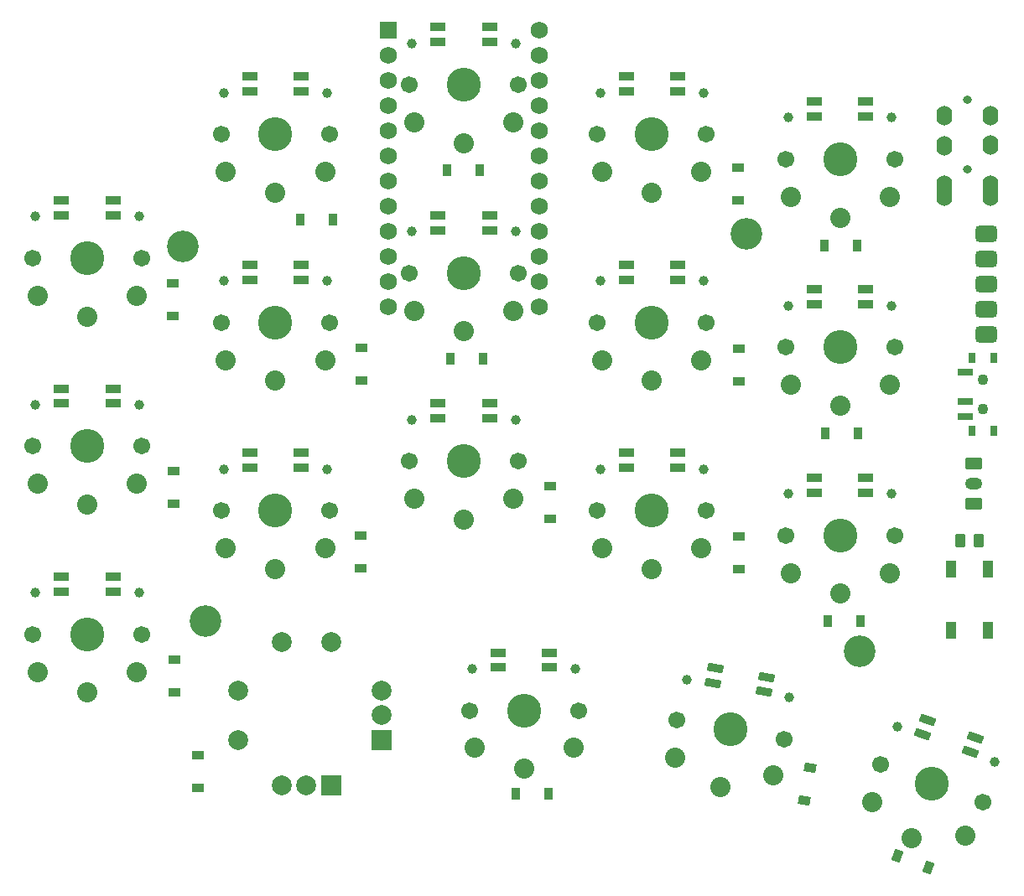
<source format=gbr>
%TF.GenerationSoftware,KiCad,Pcbnew,7.0.8*%
%TF.CreationDate,2023-11-08T13:39:32-05:00*%
%TF.ProjectId,bgkeeb,62676b65-6562-42e6-9b69-6361645f7063,rev?*%
%TF.SameCoordinates,Original*%
%TF.FileFunction,Soldermask,Bot*%
%TF.FilePolarity,Negative*%
%FSLAX46Y46*%
G04 Gerber Fmt 4.6, Leading zero omitted, Abs format (unit mm)*
G04 Created by KiCad (PCBNEW 7.0.8) date 2023-11-08 13:39:32*
%MOMM*%
%LPD*%
G01*
G04 APERTURE LIST*
G04 Aperture macros list*
%AMRoundRect*
0 Rectangle with rounded corners*
0 $1 Rounding radius*
0 $2 $3 $4 $5 $6 $7 $8 $9 X,Y pos of 4 corners*
0 Add a 4 corners polygon primitive as box body*
4,1,4,$2,$3,$4,$5,$6,$7,$8,$9,$2,$3,0*
0 Add four circle primitives for the rounded corners*
1,1,$1+$1,$2,$3*
1,1,$1+$1,$4,$5*
1,1,$1+$1,$6,$7*
1,1,$1+$1,$8,$9*
0 Add four rect primitives between the rounded corners*
20,1,$1+$1,$2,$3,$4,$5,0*
20,1,$1+$1,$4,$5,$6,$7,0*
20,1,$1+$1,$6,$7,$8,$9,0*
20,1,$1+$1,$8,$9,$2,$3,0*%
%AMRotRect*
0 Rectangle, with rotation*
0 The origin of the aperture is its center*
0 $1 length*
0 $2 width*
0 $3 Rotation angle, in degrees counterclockwise*
0 Add horizontal line*
21,1,$1,$2,0,0,$3*%
G04 Aperture macros list end*
%ADD10RoundRect,0.082000X0.718000X-0.328000X0.718000X0.328000X-0.718000X0.328000X-0.718000X-0.328000X0*%
%ADD11RoundRect,0.082000X0.650135X-0.447696X0.764049X0.198338X-0.650135X0.447696X-0.764049X-0.198338X0*%
%ADD12C,1.701800*%
%ADD13C,0.990600*%
%ADD14C,3.429000*%
%ADD15C,2.032000*%
%ADD16R,1.752600X1.752600*%
%ADD17C,1.752600*%
%ADD18R,2.000000X2.000000*%
%ADD19C,2.000000*%
%ADD20C,3.200000*%
%ADD21C,0.800000*%
%ADD22O,1.600000X2.000000*%
%ADD23RoundRect,0.082000X0.562517X-0.553790X0.786882X0.062649X-0.562517X0.553790X-0.786882X-0.062649X0*%
%ADD24RoundRect,0.250000X-0.625000X0.350000X-0.625000X-0.350000X0.625000X-0.350000X0.625000X0.350000X0*%
%ADD25O,1.750000X1.200000*%
%ADD26R,0.800000X1.000000*%
%ADD27C,1.100000*%
%ADD28R,1.500000X0.700000*%
%ADD29R,1.200000X0.900000*%
%ADD30R,0.900000X1.200000*%
%ADD31RotRect,0.900000X1.200000X80.000000*%
%ADD32RotRect,0.900000X1.200000X340.000000*%
%ADD33RoundRect,0.425000X0.675000X0.425000X-0.675000X0.425000X-0.675000X-0.425000X0.675000X-0.425000X0*%
%ADD34RoundRect,0.425000X0.675000X-0.425000X0.675000X0.425000X-0.675000X0.425000X-0.675000X-0.425000X0*%
%ADD35RoundRect,0.250000X-0.262500X-0.450000X0.262500X-0.450000X0.262500X0.450000X-0.262500X0.450000X0*%
%ADD36R,1.100000X1.800000*%
G04 APERTURE END LIST*
D10*
%TO.C,D47*%
X82597588Y-41196489D03*
X82597588Y-39696489D03*
X77397588Y-39696489D03*
X77397588Y-41196489D03*
%TD*%
%TO.C,D48*%
X101597587Y-36196489D03*
X101597587Y-34696489D03*
X96397587Y-34696489D03*
X96397587Y-36196489D03*
%TD*%
%TO.C,D54*%
X139597585Y-43696490D03*
X139597585Y-42196490D03*
X134397585Y-42196490D03*
X134397585Y-43696490D03*
%TD*%
%TO.C,D55*%
X139597585Y-62696489D03*
X139597585Y-61196489D03*
X134397585Y-61196489D03*
X134397585Y-62696489D03*
%TD*%
%TO.C,D42*%
X63597589Y-72696487D03*
X63597589Y-71196487D03*
X58397589Y-71196487D03*
X58397589Y-72696487D03*
%TD*%
%TO.C,D46*%
X82597588Y-60196488D03*
X82597588Y-58696488D03*
X77397588Y-58696488D03*
X77397588Y-60196488D03*
%TD*%
%TO.C,D49*%
X101597587Y-55196488D03*
X101597587Y-53696488D03*
X96397587Y-53696488D03*
X96397587Y-55196488D03*
%TD*%
%TO.C,D53*%
X120597586Y-41196489D03*
X120597586Y-39696489D03*
X115397586Y-39696489D03*
X115397586Y-41196489D03*
%TD*%
%TO.C,D56*%
X139597585Y-81696488D03*
X139597585Y-80196488D03*
X134397585Y-80196488D03*
X134397585Y-81696488D03*
%TD*%
%TO.C,D43*%
X63597588Y-91696486D03*
X63597588Y-90196486D03*
X58397588Y-90196486D03*
X58397588Y-91696486D03*
%TD*%
%TO.C,D50*%
X101597586Y-74196488D03*
X101597586Y-72696488D03*
X96397586Y-72696488D03*
X96397586Y-74196488D03*
%TD*%
%TO.C,D57*%
X107678593Y-99384405D03*
X107678593Y-97884405D03*
X102478593Y-97884405D03*
X102478593Y-99384405D03*
%TD*%
D11*
%TO.C,D59*%
X129276071Y-101828025D03*
X129536543Y-100350813D03*
X124415543Y-99447843D03*
X124155070Y-100925054D03*
%TD*%
D12*
%TO.C,SW2*%
X74497588Y-45526488D03*
D13*
X74777588Y-41326488D03*
D14*
X79997588Y-45526488D03*
D13*
X85217588Y-41326488D03*
D12*
X85497588Y-45526488D03*
D15*
X79997588Y-51426488D03*
X74997588Y-49326488D03*
X84997588Y-49326488D03*
%TD*%
D12*
%TO.C,SW3*%
X93497587Y-40526488D03*
D13*
X93777587Y-36326488D03*
D14*
X98997587Y-40526488D03*
D13*
X104217587Y-36326488D03*
D12*
X104497587Y-40526488D03*
D15*
X98997587Y-46426488D03*
X93997587Y-44326488D03*
X103997587Y-44326488D03*
%TD*%
D12*
%TO.C,SW4*%
X112497586Y-45526488D03*
D13*
X112777586Y-41326488D03*
D14*
X117997586Y-45526488D03*
D13*
X123217586Y-41326488D03*
D12*
X123497586Y-45526488D03*
D15*
X117997586Y-51426488D03*
X112997586Y-49326488D03*
X122997586Y-49326488D03*
%TD*%
D12*
%TO.C,SW5*%
X131497585Y-48026489D03*
D13*
X131777585Y-43826489D03*
D14*
X136997585Y-48026489D03*
D13*
X142217585Y-43826489D03*
D12*
X142497585Y-48026489D03*
D15*
X136997585Y-53926489D03*
X131997585Y-51826489D03*
X141997585Y-51826489D03*
%TD*%
D12*
%TO.C,SW11*%
X55497589Y-77026486D03*
D13*
X55777589Y-72826486D03*
D14*
X60997589Y-77026486D03*
D13*
X66217589Y-72826486D03*
D12*
X66497589Y-77026486D03*
D15*
X60997589Y-82926486D03*
X55997589Y-80826486D03*
X65997589Y-80826486D03*
%TD*%
D12*
%TO.C,SW12*%
X74497588Y-64526487D03*
D13*
X74777588Y-60326487D03*
D14*
X79997588Y-64526487D03*
D13*
X85217588Y-60326487D03*
D12*
X85497588Y-64526487D03*
D15*
X79997588Y-70426487D03*
X74997588Y-68326487D03*
X84997588Y-68326487D03*
%TD*%
D12*
%TO.C,SW13*%
X93497587Y-59526487D03*
D13*
X93777587Y-55326487D03*
D14*
X98997587Y-59526487D03*
D13*
X104217587Y-55326487D03*
D12*
X104497587Y-59526487D03*
D15*
X98997587Y-65426487D03*
X93997587Y-63326487D03*
X103997587Y-63326487D03*
%TD*%
D12*
%TO.C,SW14*%
X112497586Y-64526487D03*
D13*
X112777586Y-60326487D03*
D14*
X117997586Y-64526487D03*
D13*
X123217586Y-60326487D03*
D12*
X123497586Y-64526487D03*
D15*
X117997586Y-70426487D03*
X112997586Y-68326487D03*
X122997586Y-68326487D03*
%TD*%
D12*
%TO.C,SW15*%
X131497585Y-67026488D03*
D13*
X131777585Y-62826488D03*
D14*
X136997585Y-67026488D03*
D13*
X142217585Y-62826488D03*
D12*
X142497585Y-67026488D03*
D15*
X136997585Y-72926488D03*
X131997585Y-70826488D03*
X141997585Y-70826488D03*
%TD*%
D12*
%TO.C,SW21*%
X55497588Y-96026485D03*
D13*
X55777588Y-91826485D03*
D14*
X60997588Y-96026485D03*
D13*
X66217588Y-91826485D03*
D12*
X66497588Y-96026485D03*
D15*
X60997588Y-101926485D03*
X55997588Y-99826485D03*
X65997588Y-99826485D03*
%TD*%
D12*
%TO.C,SW22*%
X74497587Y-83526486D03*
D13*
X74777587Y-79326486D03*
D14*
X79997587Y-83526486D03*
D13*
X85217587Y-79326486D03*
D12*
X85497587Y-83526486D03*
D15*
X79997587Y-89426486D03*
X74997587Y-87326486D03*
X84997587Y-87326486D03*
%TD*%
D12*
%TO.C,SW23*%
X93497586Y-78526487D03*
D13*
X93777586Y-74326487D03*
D14*
X98997586Y-78526487D03*
D13*
X104217586Y-74326487D03*
D12*
X104497586Y-78526487D03*
D15*
X98997586Y-84426487D03*
X93997586Y-82326487D03*
X103997586Y-82326487D03*
%TD*%
D12*
%TO.C,SW24*%
X112497586Y-83526487D03*
D13*
X112777586Y-79326487D03*
D14*
X117997586Y-83526487D03*
D13*
X123217586Y-79326487D03*
D12*
X123497586Y-83526487D03*
D15*
X117997586Y-89426487D03*
X112997586Y-87326487D03*
X122997586Y-87326487D03*
%TD*%
D12*
%TO.C,SW25*%
X131497585Y-86026487D03*
D13*
X131777585Y-81826487D03*
D14*
X136997585Y-86026487D03*
D13*
X142217585Y-81826487D03*
D12*
X142497585Y-86026487D03*
D15*
X136997585Y-91926487D03*
X131997585Y-89826487D03*
X141997585Y-89826487D03*
%TD*%
D12*
%TO.C,SW34*%
X120547231Y-104685691D03*
D13*
X121552300Y-100598120D03*
D14*
X125963674Y-105640756D03*
D13*
X131833693Y-102411007D03*
D12*
X131380117Y-106595821D03*
D15*
X124939150Y-111451122D03*
X120379772Y-108514785D03*
X130227850Y-110251266D03*
%TD*%
D12*
%TO.C,SW35*%
X141079806Y-109194845D03*
D13*
X142779404Y-105343902D03*
D14*
X146248115Y-111075956D03*
D13*
X152589795Y-108914592D03*
D12*
X151416424Y-112957067D03*
D15*
X144230196Y-116620142D03*
X140249975Y-112936687D03*
X149646902Y-116356889D03*
%TD*%
D12*
%TO.C,SW1*%
X55497589Y-58026487D03*
D13*
X55777589Y-53826487D03*
D14*
X60997589Y-58026487D03*
D13*
X66217589Y-53826487D03*
D12*
X66497589Y-58026487D03*
D15*
X60997589Y-63926487D03*
X55997589Y-61826487D03*
X65997589Y-61826487D03*
%TD*%
D10*
%TO.C,D41*%
X63597589Y-53696488D03*
X63597589Y-52196488D03*
X58397589Y-52196488D03*
X58397589Y-53696488D03*
%TD*%
%TO.C,D45*%
X82597587Y-79196487D03*
X82597587Y-77696487D03*
X77397587Y-77696487D03*
X77397587Y-79196487D03*
%TD*%
D16*
%TO.C,U1*%
X91369593Y-34978404D03*
D17*
X91369593Y-37518404D03*
X91369593Y-40058404D03*
X91369593Y-42598404D03*
X91369593Y-45138404D03*
X91369593Y-47678404D03*
X91369593Y-50218404D03*
X91369593Y-52758404D03*
X91369593Y-55298404D03*
X91369593Y-57838404D03*
X91369593Y-60378404D03*
X91369593Y-62918404D03*
X106609593Y-62918404D03*
X106609593Y-60378404D03*
X106609593Y-57838404D03*
X106609593Y-55298404D03*
X106609593Y-52758404D03*
X106609593Y-50218404D03*
X106609593Y-47678404D03*
X106609593Y-45138404D03*
X106609593Y-42598404D03*
X106609593Y-40058404D03*
X106609593Y-37518404D03*
X106609593Y-34978404D03*
%TD*%
D18*
%TO.C,SW42*%
X90741593Y-106693404D03*
D19*
X90741593Y-101693404D03*
X90741593Y-104193404D03*
X76241593Y-101693404D03*
X76241593Y-106693404D03*
%TD*%
D10*
%TO.C,D51*%
X120597586Y-79196488D03*
X120597586Y-77696488D03*
X115397586Y-77696488D03*
X115397586Y-79196488D03*
%TD*%
D12*
%TO.C,SW6*%
X99578593Y-103714404D03*
D13*
X99858593Y-99514404D03*
D14*
X105078593Y-103714404D03*
D13*
X110298593Y-99514404D03*
D12*
X110578593Y-103714404D03*
D15*
X105078593Y-109614404D03*
X100078593Y-107514404D03*
X110078593Y-107514404D03*
%TD*%
D20*
%TO.C,*%
X138994593Y-97716404D03*
%TD*%
%TO.C,*%
X72954593Y-94668404D03*
%TD*%
D21*
%TO.C,U3*%
X149840393Y-42039404D03*
X149840393Y-49039404D03*
D22*
X147540393Y-51739404D03*
X152140393Y-50639404D03*
X152140393Y-46639404D03*
X152140393Y-43639404D03*
%TD*%
D10*
%TO.C,D52*%
X120597586Y-60196488D03*
X120597586Y-58696488D03*
X115397586Y-58696488D03*
X115397586Y-60196488D03*
%TD*%
D23*
%TO.C,D60*%
X150172263Y-107896340D03*
X150685293Y-106486801D03*
X145798891Y-104708297D03*
X145285861Y-106117836D03*
%TD*%
D20*
%TO.C,*%
X127564593Y-55552404D03*
%TD*%
D24*
%TO.C,BATJ1*%
X150486993Y-78800004D03*
X150486993Y-82800004D03*
D25*
X150486993Y-80800004D03*
%TD*%
D20*
%TO.C,*%
X70668593Y-56822404D03*
%TD*%
D26*
%TO.C,SW_POWER1*%
X150305793Y-75431204D03*
X152515793Y-75431204D03*
D27*
X151415793Y-73281204D03*
X151415793Y-70281204D03*
D26*
X150305793Y-68131204D03*
X152515793Y-68131204D03*
D28*
X149655793Y-69531204D03*
X149655793Y-72531204D03*
X149655793Y-74031204D03*
%TD*%
D29*
%TO.C,D1*%
X69665293Y-63857204D03*
X69665293Y-60557204D03*
%TD*%
D30*
%TO.C,D2*%
X85818693Y-54168104D03*
X82518693Y-54168104D03*
%TD*%
%TO.C,D3*%
X97326893Y-49100804D03*
X100626893Y-49100804D03*
%TD*%
D29*
%TO.C,D4*%
X126726393Y-52160504D03*
X126726393Y-48860504D03*
%TD*%
%TO.C,D11*%
X69677993Y-82869104D03*
X69677993Y-79569104D03*
%TD*%
%TO.C,D12*%
X88677193Y-70359604D03*
X88677193Y-67059604D03*
%TD*%
D30*
%TO.C,D13*%
X97631693Y-68201604D03*
X100931693Y-68201604D03*
%TD*%
D29*
%TO.C,D14*%
X126802593Y-70448504D03*
X126802593Y-67148504D03*
%TD*%
D30*
%TO.C,D15*%
X135477693Y-75694604D03*
X138777693Y-75694604D03*
%TD*%
D29*
%TO.C,D21*%
X69779593Y-101919104D03*
X69779593Y-98619104D03*
%TD*%
%TO.C,D22*%
X88613693Y-89371504D03*
X88613693Y-86071504D03*
%TD*%
%TO.C,D23*%
X107752593Y-84367704D03*
X107752593Y-81067704D03*
%TD*%
%TO.C,D24*%
X126739093Y-89396904D03*
X126739093Y-86096904D03*
%TD*%
D30*
%TO.C,D25*%
X135757093Y-94693804D03*
X139057093Y-94693804D03*
%TD*%
D31*
%TO.C,D34*%
X133374074Y-112790637D03*
X133947112Y-109540771D03*
%TD*%
D32*
%TO.C,D35*%
X142778100Y-118424571D03*
X145879086Y-119553237D03*
%TD*%
D33*
%TO.C,J1*%
X151745393Y-55577804D03*
D34*
X151745393Y-58117804D03*
X151745393Y-60657804D03*
X151745393Y-63197804D03*
X151745393Y-65737804D03*
%TD*%
D29*
%TO.C,D81*%
X72192593Y-111558404D03*
X72192593Y-108258404D03*
%TD*%
D30*
%TO.C,D6*%
X104222993Y-112118204D03*
X107522993Y-112118204D03*
%TD*%
D21*
%TO.C,U4*%
X149851793Y-49067804D03*
X149851793Y-42067804D03*
D22*
X152151793Y-51767804D03*
X147551793Y-50667804D03*
X147551793Y-46667804D03*
X147551793Y-43667804D03*
%TD*%
D18*
%TO.C,SW7*%
X85614593Y-111312404D03*
D19*
X80614593Y-111312404D03*
X83114593Y-111312404D03*
X80614593Y-96812404D03*
X85614593Y-96812404D03*
%TD*%
D30*
%TO.C,D5*%
X135452293Y-56733504D03*
X138752293Y-56733504D03*
%TD*%
D35*
%TO.C,R1*%
X149131093Y-86540404D03*
X150956093Y-86540404D03*
%TD*%
D36*
%TO.C,SW8*%
X151893593Y-95634804D03*
X148193593Y-89434804D03*
X148193593Y-95634804D03*
X151893593Y-89434804D03*
%TD*%
M02*

</source>
